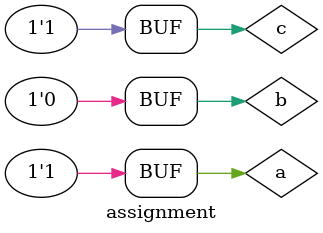
<source format=v>


module assignment;
reg a,b,c;



initial begin
a=0; b=1; c=0;
a<= 1; 
 b<= a; 
c<= b; 
#6;
end

initial begin
$monitor("time=%0t a=%b b=%b c=%b",$time,a,b,c);
end
endmodule 

</source>
